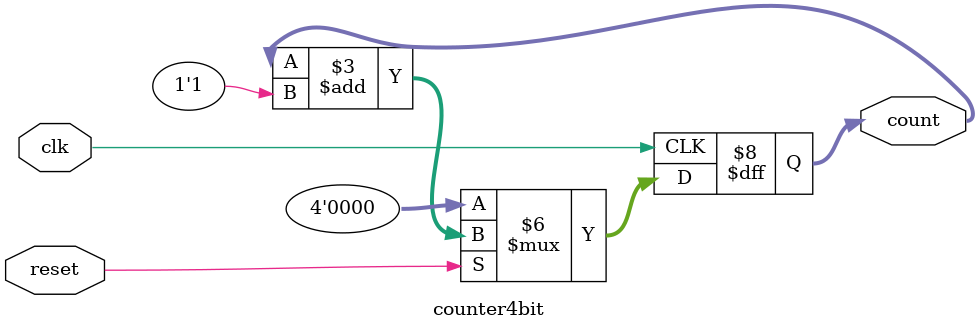
<source format=sv>
module counter4bit(count,reset,clk);
    output reg [3:0] count;
    input reset,clk;

    initial begin
        count<=4'b0000;
    end

    always @(posedge clk) begin
    if(!reset)
        count<=4'b0000;
    else
        count<= count + 1'b1;
    end
endmodule

</source>
